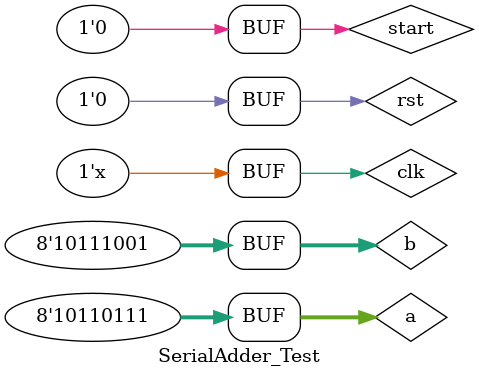
<source format=v>
`timescale 1ns / 1ps


module SerialAdder_Test;

	// Inputs
	reg [7:0] a;
	reg [7:0] b;
	reg clk;
	reg rst;
	reg start;

	// Outputs
	wire [7:0] c;
	wire done;

	// Instantiate the Unit Under Test (UUT)
	SerialAdder uut (
		.a(a), 
		.b(b), 
		.clk(clk), 
		.rst(rst), 
		.start(start), 
		.c(c), 
		.done(done)
	);

	initial begin
		// Initialize Inputs
		a = 8'b10110111;
		b = 8'b10111001;
		clk = 1;
		rst = 0;
		start = 0;      
		// Add stimulus here
		#80 start = 1'b1;
		#180 start = 1'b0; 
		#80 rst  = 1'b1;
		#20 rst = 1'b0;
		#20 start = 1'b1; 
		#20 start = 1'b0;
		#60 rst  = 1'b1;
		#20 rst = 1'b0;

	end
			  
         always #10 clk=~clk;
endmodule


</source>
